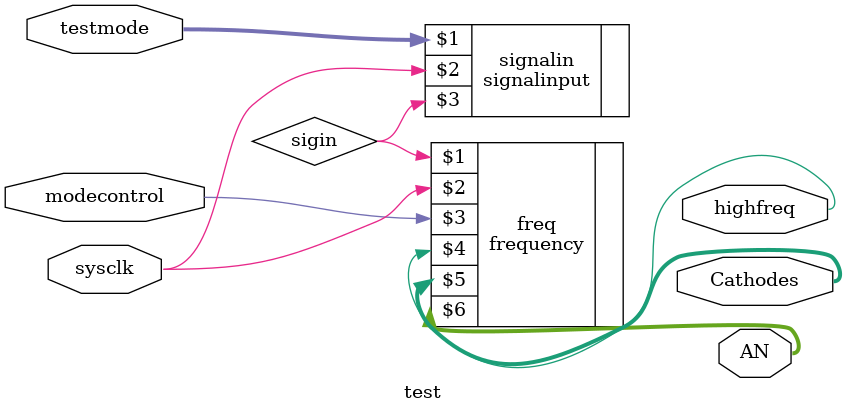
<source format=v>
module test(
input [1:0] testmode,
input sysclk,
input modecontrol,
output highfreq,
output [7:0]Cathodes,
output[3:0] AN
);
wire sigin;
signalinput signalin(testmode,sysclk,sigin);
frequency freq(sigin,sysclk,modecontrol,highfreq,Cathodes,AN);
endmodule

</source>
